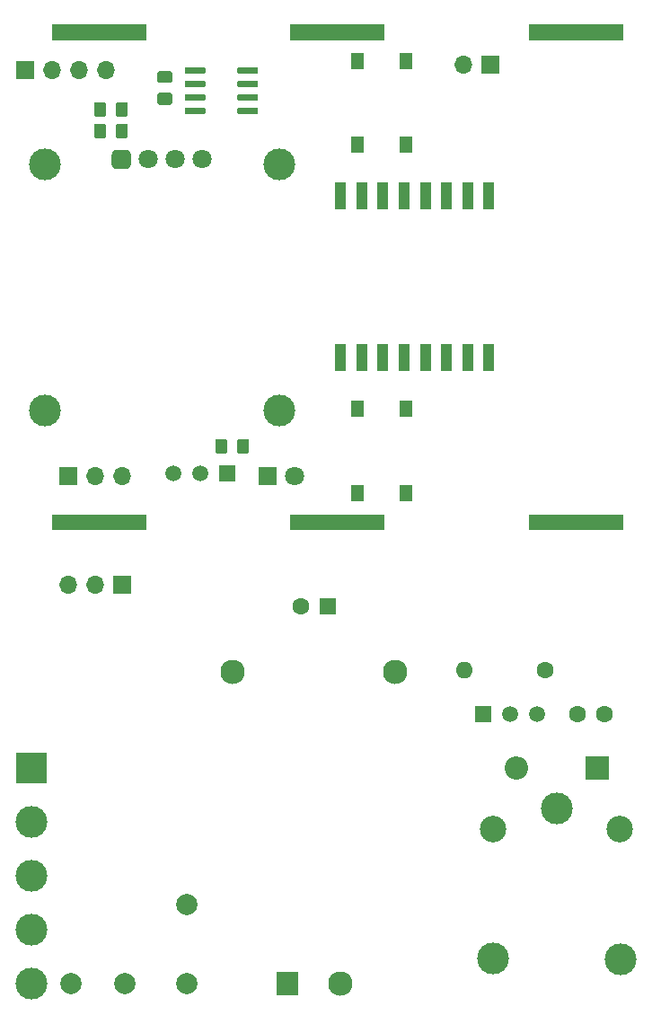
<source format=gbr>
%TF.GenerationSoftware,KiCad,Pcbnew,(5.1.5)-3*%
%TF.CreationDate,2021-07-21T11:08:43+02:00*%
%TF.ProjectId,cece-pcb,63656365-2d70-4636-922e-6b696361645f,rev?*%
%TF.SameCoordinates,Original*%
%TF.FileFunction,Soldermask,Top*%
%TF.FilePolarity,Negative*%
%FSLAX46Y46*%
G04 Gerber Fmt 4.6, Leading zero omitted, Abs format (unit mm)*
G04 Created by KiCad (PCBNEW (5.1.5)-3) date 2021-07-21 11:08:43*
%MOMM*%
%LPD*%
G04 APERTURE LIST*
%ADD10C,0.100000*%
%ADD11R,1.500000X1.500000*%
%ADD12C,1.500000*%
%ADD13C,1.800000*%
%ADD14R,1.800000X1.800000*%
%ADD15C,3.000000*%
%ADD16R,1.300000X1.550000*%
%ADD17O,1.700000X1.700000*%
%ADD18R,1.700000X1.700000*%
%ADD19R,1.000000X2.500000*%
%ADD20C,2.000000*%
%ADD21O,1.600000X1.600000*%
%ADD22C,1.600000*%
%ADD23C,2.300000*%
%ADD24R,2.000000X2.300000*%
%ADD25C,2.500000*%
%ADD26R,3.000000X3.000000*%
%ADD27O,2.200000X2.200000*%
%ADD28R,2.200000X2.200000*%
%ADD29R,1.600000X1.600000*%
G04 APERTURE END LIST*
D10*
%TO.C,VP101*%
G36*
X115500000Y-23100000D02*
G01*
X106700000Y-23100000D01*
X106700000Y-21700000D01*
X115500000Y-21700000D01*
X115500000Y-23100000D01*
G37*
X115500000Y-23100000D02*
X106700000Y-23100000D01*
X106700000Y-21700000D01*
X115500000Y-21700000D01*
X115500000Y-23100000D01*
G36*
X138000000Y-23100000D02*
G01*
X129200000Y-23100000D01*
X129200000Y-21700000D01*
X138000000Y-21700000D01*
X138000000Y-23100000D01*
G37*
X138000000Y-23100000D02*
X129200000Y-23100000D01*
X129200000Y-21700000D01*
X138000000Y-21700000D01*
X138000000Y-23100000D01*
G36*
X160500000Y-23100000D02*
G01*
X151700000Y-23100000D01*
X151700000Y-21700000D01*
X160500000Y-21700000D01*
X160500000Y-23100000D01*
G37*
X160500000Y-23100000D02*
X151700000Y-23100000D01*
X151700000Y-21700000D01*
X160500000Y-21700000D01*
X160500000Y-23100000D01*
G36*
X160500000Y-69300000D02*
G01*
X151700000Y-69300000D01*
X151700000Y-67900000D01*
X160500000Y-67900000D01*
X160500000Y-69300000D01*
G37*
X160500000Y-69300000D02*
X151700000Y-69300000D01*
X151700000Y-67900000D01*
X160500000Y-67900000D01*
X160500000Y-69300000D01*
G36*
X138000000Y-69300000D02*
G01*
X129200000Y-69300000D01*
X129200000Y-67900000D01*
X138000000Y-67900000D01*
X138000000Y-69300000D01*
G37*
X138000000Y-69300000D02*
X129200000Y-69300000D01*
X129200000Y-67900000D01*
X138000000Y-67900000D01*
X138000000Y-69300000D01*
G36*
X115500000Y-69300000D02*
G01*
X106700000Y-69300000D01*
X106700000Y-67900000D01*
X115500000Y-67900000D01*
X115500000Y-69300000D01*
G37*
X115500000Y-69300000D02*
X106700000Y-69300000D01*
X106700000Y-67900000D01*
X115500000Y-67900000D01*
X115500000Y-69300000D01*
%TD*%
%TO.C,R108*%
G36*
X123022505Y-60769204D02*
G01*
X123046773Y-60772804D01*
X123070572Y-60778765D01*
X123093671Y-60787030D01*
X123115850Y-60797520D01*
X123136893Y-60810132D01*
X123156599Y-60824747D01*
X123174777Y-60841223D01*
X123191253Y-60859401D01*
X123205868Y-60879107D01*
X123218480Y-60900150D01*
X123228970Y-60922329D01*
X123237235Y-60945428D01*
X123243196Y-60969227D01*
X123246796Y-60993495D01*
X123248000Y-61017999D01*
X123248000Y-61918001D01*
X123246796Y-61942505D01*
X123243196Y-61966773D01*
X123237235Y-61990572D01*
X123228970Y-62013671D01*
X123218480Y-62035850D01*
X123205868Y-62056893D01*
X123191253Y-62076599D01*
X123174777Y-62094777D01*
X123156599Y-62111253D01*
X123136893Y-62125868D01*
X123115850Y-62138480D01*
X123093671Y-62148970D01*
X123070572Y-62157235D01*
X123046773Y-62163196D01*
X123022505Y-62166796D01*
X122998001Y-62168000D01*
X122347999Y-62168000D01*
X122323495Y-62166796D01*
X122299227Y-62163196D01*
X122275428Y-62157235D01*
X122252329Y-62148970D01*
X122230150Y-62138480D01*
X122209107Y-62125868D01*
X122189401Y-62111253D01*
X122171223Y-62094777D01*
X122154747Y-62076599D01*
X122140132Y-62056893D01*
X122127520Y-62035850D01*
X122117030Y-62013671D01*
X122108765Y-61990572D01*
X122102804Y-61966773D01*
X122099204Y-61942505D01*
X122098000Y-61918001D01*
X122098000Y-61017999D01*
X122099204Y-60993495D01*
X122102804Y-60969227D01*
X122108765Y-60945428D01*
X122117030Y-60922329D01*
X122127520Y-60900150D01*
X122140132Y-60879107D01*
X122154747Y-60859401D01*
X122171223Y-60841223D01*
X122189401Y-60824747D01*
X122209107Y-60810132D01*
X122230150Y-60797520D01*
X122252329Y-60787030D01*
X122275428Y-60778765D01*
X122299227Y-60772804D01*
X122323495Y-60769204D01*
X122347999Y-60768000D01*
X122998001Y-60768000D01*
X123022505Y-60769204D01*
G37*
G36*
X125072505Y-60769204D02*
G01*
X125096773Y-60772804D01*
X125120572Y-60778765D01*
X125143671Y-60787030D01*
X125165850Y-60797520D01*
X125186893Y-60810132D01*
X125206599Y-60824747D01*
X125224777Y-60841223D01*
X125241253Y-60859401D01*
X125255868Y-60879107D01*
X125268480Y-60900150D01*
X125278970Y-60922329D01*
X125287235Y-60945428D01*
X125293196Y-60969227D01*
X125296796Y-60993495D01*
X125298000Y-61017999D01*
X125298000Y-61918001D01*
X125296796Y-61942505D01*
X125293196Y-61966773D01*
X125287235Y-61990572D01*
X125278970Y-62013671D01*
X125268480Y-62035850D01*
X125255868Y-62056893D01*
X125241253Y-62076599D01*
X125224777Y-62094777D01*
X125206599Y-62111253D01*
X125186893Y-62125868D01*
X125165850Y-62138480D01*
X125143671Y-62148970D01*
X125120572Y-62157235D01*
X125096773Y-62163196D01*
X125072505Y-62166796D01*
X125048001Y-62168000D01*
X124397999Y-62168000D01*
X124373495Y-62166796D01*
X124349227Y-62163196D01*
X124325428Y-62157235D01*
X124302329Y-62148970D01*
X124280150Y-62138480D01*
X124259107Y-62125868D01*
X124239401Y-62111253D01*
X124221223Y-62094777D01*
X124204747Y-62076599D01*
X124190132Y-62056893D01*
X124177520Y-62035850D01*
X124167030Y-62013671D01*
X124158765Y-61990572D01*
X124152804Y-61966773D01*
X124149204Y-61942505D01*
X124148000Y-61918001D01*
X124148000Y-61017999D01*
X124149204Y-60993495D01*
X124152804Y-60969227D01*
X124158765Y-60945428D01*
X124167030Y-60922329D01*
X124177520Y-60900150D01*
X124190132Y-60879107D01*
X124204747Y-60859401D01*
X124221223Y-60841223D01*
X124239401Y-60824747D01*
X124259107Y-60810132D01*
X124280150Y-60797520D01*
X124302329Y-60787030D01*
X124325428Y-60778765D01*
X124349227Y-60772804D01*
X124373495Y-60769204D01*
X124397999Y-60768000D01*
X125048001Y-60768000D01*
X125072505Y-60769204D01*
G37*
%TD*%
D11*
%TO.C,Q101*%
X123190000Y-64008000D03*
D12*
X118110000Y-64008000D03*
X120650000Y-64008000D03*
%TD*%
D13*
%TO.C,D103*%
X129540000Y-64262000D03*
D14*
X127000000Y-64262000D03*
%TD*%
D10*
%TO.C,C109*%
G36*
X111592505Y-31051204D02*
G01*
X111616773Y-31054804D01*
X111640572Y-31060765D01*
X111663671Y-31069030D01*
X111685850Y-31079520D01*
X111706893Y-31092132D01*
X111726599Y-31106747D01*
X111744777Y-31123223D01*
X111761253Y-31141401D01*
X111775868Y-31161107D01*
X111788480Y-31182150D01*
X111798970Y-31204329D01*
X111807235Y-31227428D01*
X111813196Y-31251227D01*
X111816796Y-31275495D01*
X111818000Y-31299999D01*
X111818000Y-32200001D01*
X111816796Y-32224505D01*
X111813196Y-32248773D01*
X111807235Y-32272572D01*
X111798970Y-32295671D01*
X111788480Y-32317850D01*
X111775868Y-32338893D01*
X111761253Y-32358599D01*
X111744777Y-32376777D01*
X111726599Y-32393253D01*
X111706893Y-32407868D01*
X111685850Y-32420480D01*
X111663671Y-32430970D01*
X111640572Y-32439235D01*
X111616773Y-32445196D01*
X111592505Y-32448796D01*
X111568001Y-32450000D01*
X110917999Y-32450000D01*
X110893495Y-32448796D01*
X110869227Y-32445196D01*
X110845428Y-32439235D01*
X110822329Y-32430970D01*
X110800150Y-32420480D01*
X110779107Y-32407868D01*
X110759401Y-32393253D01*
X110741223Y-32376777D01*
X110724747Y-32358599D01*
X110710132Y-32338893D01*
X110697520Y-32317850D01*
X110687030Y-32295671D01*
X110678765Y-32272572D01*
X110672804Y-32248773D01*
X110669204Y-32224505D01*
X110668000Y-32200001D01*
X110668000Y-31299999D01*
X110669204Y-31275495D01*
X110672804Y-31251227D01*
X110678765Y-31227428D01*
X110687030Y-31204329D01*
X110697520Y-31182150D01*
X110710132Y-31161107D01*
X110724747Y-31141401D01*
X110741223Y-31123223D01*
X110759401Y-31106747D01*
X110779107Y-31092132D01*
X110800150Y-31079520D01*
X110822329Y-31069030D01*
X110845428Y-31060765D01*
X110869227Y-31054804D01*
X110893495Y-31051204D01*
X110917999Y-31050000D01*
X111568001Y-31050000D01*
X111592505Y-31051204D01*
G37*
G36*
X113642505Y-31051204D02*
G01*
X113666773Y-31054804D01*
X113690572Y-31060765D01*
X113713671Y-31069030D01*
X113735850Y-31079520D01*
X113756893Y-31092132D01*
X113776599Y-31106747D01*
X113794777Y-31123223D01*
X113811253Y-31141401D01*
X113825868Y-31161107D01*
X113838480Y-31182150D01*
X113848970Y-31204329D01*
X113857235Y-31227428D01*
X113863196Y-31251227D01*
X113866796Y-31275495D01*
X113868000Y-31299999D01*
X113868000Y-32200001D01*
X113866796Y-32224505D01*
X113863196Y-32248773D01*
X113857235Y-32272572D01*
X113848970Y-32295671D01*
X113838480Y-32317850D01*
X113825868Y-32338893D01*
X113811253Y-32358599D01*
X113794777Y-32376777D01*
X113776599Y-32393253D01*
X113756893Y-32407868D01*
X113735850Y-32420480D01*
X113713671Y-32430970D01*
X113690572Y-32439235D01*
X113666773Y-32445196D01*
X113642505Y-32448796D01*
X113618001Y-32450000D01*
X112967999Y-32450000D01*
X112943495Y-32448796D01*
X112919227Y-32445196D01*
X112895428Y-32439235D01*
X112872329Y-32430970D01*
X112850150Y-32420480D01*
X112829107Y-32407868D01*
X112809401Y-32393253D01*
X112791223Y-32376777D01*
X112774747Y-32358599D01*
X112760132Y-32338893D01*
X112747520Y-32317850D01*
X112737030Y-32295671D01*
X112728765Y-32272572D01*
X112722804Y-32248773D01*
X112719204Y-32224505D01*
X112718000Y-32200001D01*
X112718000Y-31299999D01*
X112719204Y-31275495D01*
X112722804Y-31251227D01*
X112728765Y-31227428D01*
X112737030Y-31204329D01*
X112747520Y-31182150D01*
X112760132Y-31161107D01*
X112774747Y-31141401D01*
X112791223Y-31123223D01*
X112809401Y-31106747D01*
X112829107Y-31092132D01*
X112850150Y-31079520D01*
X112872329Y-31069030D01*
X112895428Y-31060765D01*
X112919227Y-31054804D01*
X112943495Y-31051204D01*
X112967999Y-31050000D01*
X113618001Y-31050000D01*
X113642505Y-31051204D01*
G37*
%TD*%
%TO.C,C108*%
G36*
X111592505Y-29019204D02*
G01*
X111616773Y-29022804D01*
X111640572Y-29028765D01*
X111663671Y-29037030D01*
X111685850Y-29047520D01*
X111706893Y-29060132D01*
X111726599Y-29074747D01*
X111744777Y-29091223D01*
X111761253Y-29109401D01*
X111775868Y-29129107D01*
X111788480Y-29150150D01*
X111798970Y-29172329D01*
X111807235Y-29195428D01*
X111813196Y-29219227D01*
X111816796Y-29243495D01*
X111818000Y-29267999D01*
X111818000Y-30168001D01*
X111816796Y-30192505D01*
X111813196Y-30216773D01*
X111807235Y-30240572D01*
X111798970Y-30263671D01*
X111788480Y-30285850D01*
X111775868Y-30306893D01*
X111761253Y-30326599D01*
X111744777Y-30344777D01*
X111726599Y-30361253D01*
X111706893Y-30375868D01*
X111685850Y-30388480D01*
X111663671Y-30398970D01*
X111640572Y-30407235D01*
X111616773Y-30413196D01*
X111592505Y-30416796D01*
X111568001Y-30418000D01*
X110917999Y-30418000D01*
X110893495Y-30416796D01*
X110869227Y-30413196D01*
X110845428Y-30407235D01*
X110822329Y-30398970D01*
X110800150Y-30388480D01*
X110779107Y-30375868D01*
X110759401Y-30361253D01*
X110741223Y-30344777D01*
X110724747Y-30326599D01*
X110710132Y-30306893D01*
X110697520Y-30285850D01*
X110687030Y-30263671D01*
X110678765Y-30240572D01*
X110672804Y-30216773D01*
X110669204Y-30192505D01*
X110668000Y-30168001D01*
X110668000Y-29267999D01*
X110669204Y-29243495D01*
X110672804Y-29219227D01*
X110678765Y-29195428D01*
X110687030Y-29172329D01*
X110697520Y-29150150D01*
X110710132Y-29129107D01*
X110724747Y-29109401D01*
X110741223Y-29091223D01*
X110759401Y-29074747D01*
X110779107Y-29060132D01*
X110800150Y-29047520D01*
X110822329Y-29037030D01*
X110845428Y-29028765D01*
X110869227Y-29022804D01*
X110893495Y-29019204D01*
X110917999Y-29018000D01*
X111568001Y-29018000D01*
X111592505Y-29019204D01*
G37*
G36*
X113642505Y-29019204D02*
G01*
X113666773Y-29022804D01*
X113690572Y-29028765D01*
X113713671Y-29037030D01*
X113735850Y-29047520D01*
X113756893Y-29060132D01*
X113776599Y-29074747D01*
X113794777Y-29091223D01*
X113811253Y-29109401D01*
X113825868Y-29129107D01*
X113838480Y-29150150D01*
X113848970Y-29172329D01*
X113857235Y-29195428D01*
X113863196Y-29219227D01*
X113866796Y-29243495D01*
X113868000Y-29267999D01*
X113868000Y-30168001D01*
X113866796Y-30192505D01*
X113863196Y-30216773D01*
X113857235Y-30240572D01*
X113848970Y-30263671D01*
X113838480Y-30285850D01*
X113825868Y-30306893D01*
X113811253Y-30326599D01*
X113794777Y-30344777D01*
X113776599Y-30361253D01*
X113756893Y-30375868D01*
X113735850Y-30388480D01*
X113713671Y-30398970D01*
X113690572Y-30407235D01*
X113666773Y-30413196D01*
X113642505Y-30416796D01*
X113618001Y-30418000D01*
X112967999Y-30418000D01*
X112943495Y-30416796D01*
X112919227Y-30413196D01*
X112895428Y-30407235D01*
X112872329Y-30398970D01*
X112850150Y-30388480D01*
X112829107Y-30375868D01*
X112809401Y-30361253D01*
X112791223Y-30344777D01*
X112774747Y-30326599D01*
X112760132Y-30306893D01*
X112747520Y-30285850D01*
X112737030Y-30263671D01*
X112728765Y-30240572D01*
X112722804Y-30216773D01*
X112719204Y-30192505D01*
X112718000Y-30168001D01*
X112718000Y-29267999D01*
X112719204Y-29243495D01*
X112722804Y-29219227D01*
X112728765Y-29195428D01*
X112737030Y-29172329D01*
X112747520Y-29150150D01*
X112760132Y-29129107D01*
X112774747Y-29109401D01*
X112791223Y-29091223D01*
X112809401Y-29074747D01*
X112829107Y-29060132D01*
X112850150Y-29047520D01*
X112872329Y-29037030D01*
X112895428Y-29028765D01*
X112919227Y-29022804D01*
X112943495Y-29019204D01*
X112967999Y-29018000D01*
X113618001Y-29018000D01*
X113642505Y-29019204D01*
G37*
%TD*%
D15*
%TO.C,LCD101*%
X106045000Y-34925000D03*
X128155000Y-58125000D03*
X128155000Y-34925000D03*
X106045000Y-58125000D03*
D13*
X115785000Y-34425000D03*
D10*
G36*
X113739108Y-33527167D02*
G01*
X113782791Y-33533647D01*
X113825628Y-33544377D01*
X113867208Y-33559254D01*
X113907129Y-33578135D01*
X113945007Y-33600839D01*
X113980477Y-33627145D01*
X114013198Y-33656802D01*
X114042855Y-33689523D01*
X114069161Y-33724993D01*
X114091865Y-33762871D01*
X114110746Y-33802792D01*
X114125623Y-33844372D01*
X114136353Y-33887209D01*
X114142833Y-33930892D01*
X114145000Y-33975000D01*
X114145000Y-34875000D01*
X114142833Y-34919108D01*
X114136353Y-34962791D01*
X114125623Y-35005628D01*
X114110746Y-35047208D01*
X114091865Y-35087129D01*
X114069161Y-35125007D01*
X114042855Y-35160477D01*
X114013198Y-35193198D01*
X113980477Y-35222855D01*
X113945007Y-35249161D01*
X113907129Y-35271865D01*
X113867208Y-35290746D01*
X113825628Y-35305623D01*
X113782791Y-35316353D01*
X113739108Y-35322833D01*
X113695000Y-35325000D01*
X112795000Y-35325000D01*
X112750892Y-35322833D01*
X112707209Y-35316353D01*
X112664372Y-35305623D01*
X112622792Y-35290746D01*
X112582871Y-35271865D01*
X112544993Y-35249161D01*
X112509523Y-35222855D01*
X112476802Y-35193198D01*
X112447145Y-35160477D01*
X112420839Y-35125007D01*
X112398135Y-35087129D01*
X112379254Y-35047208D01*
X112364377Y-35005628D01*
X112353647Y-34962791D01*
X112347167Y-34919108D01*
X112345000Y-34875000D01*
X112345000Y-33975000D01*
X112347167Y-33930892D01*
X112353647Y-33887209D01*
X112364377Y-33844372D01*
X112379254Y-33802792D01*
X112398135Y-33762871D01*
X112420839Y-33724993D01*
X112447145Y-33689523D01*
X112476802Y-33656802D01*
X112509523Y-33627145D01*
X112544993Y-33600839D01*
X112582871Y-33578135D01*
X112622792Y-33559254D01*
X112664372Y-33544377D01*
X112707209Y-33533647D01*
X112750892Y-33527167D01*
X112795000Y-33525000D01*
X113695000Y-33525000D01*
X113739108Y-33527167D01*
G37*
D13*
X118325000Y-34425000D03*
X120865000Y-34425000D03*
%TD*%
D16*
%TO.C,SW102*%
X135545000Y-65875000D03*
X140045000Y-65875000D03*
X140045000Y-57925000D03*
X135545000Y-57925000D03*
%TD*%
%TO.C,SW101*%
X135545000Y-33075000D03*
X140045000Y-33075000D03*
X140045000Y-25125000D03*
X135545000Y-25125000D03*
%TD*%
D10*
%TO.C,C107*%
G36*
X117822505Y-28137204D02*
G01*
X117846773Y-28140804D01*
X117870572Y-28146765D01*
X117893671Y-28155030D01*
X117915850Y-28165520D01*
X117936893Y-28178132D01*
X117956599Y-28192747D01*
X117974777Y-28209223D01*
X117991253Y-28227401D01*
X118005868Y-28247107D01*
X118018480Y-28268150D01*
X118028970Y-28290329D01*
X118037235Y-28313428D01*
X118043196Y-28337227D01*
X118046796Y-28361495D01*
X118048000Y-28385999D01*
X118048000Y-29036001D01*
X118046796Y-29060505D01*
X118043196Y-29084773D01*
X118037235Y-29108572D01*
X118028970Y-29131671D01*
X118018480Y-29153850D01*
X118005868Y-29174893D01*
X117991253Y-29194599D01*
X117974777Y-29212777D01*
X117956599Y-29229253D01*
X117936893Y-29243868D01*
X117915850Y-29256480D01*
X117893671Y-29266970D01*
X117870572Y-29275235D01*
X117846773Y-29281196D01*
X117822505Y-29284796D01*
X117798001Y-29286000D01*
X116897999Y-29286000D01*
X116873495Y-29284796D01*
X116849227Y-29281196D01*
X116825428Y-29275235D01*
X116802329Y-29266970D01*
X116780150Y-29256480D01*
X116759107Y-29243868D01*
X116739401Y-29229253D01*
X116721223Y-29212777D01*
X116704747Y-29194599D01*
X116690132Y-29174893D01*
X116677520Y-29153850D01*
X116667030Y-29131671D01*
X116658765Y-29108572D01*
X116652804Y-29084773D01*
X116649204Y-29060505D01*
X116648000Y-29036001D01*
X116648000Y-28385999D01*
X116649204Y-28361495D01*
X116652804Y-28337227D01*
X116658765Y-28313428D01*
X116667030Y-28290329D01*
X116677520Y-28268150D01*
X116690132Y-28247107D01*
X116704747Y-28227401D01*
X116721223Y-28209223D01*
X116739401Y-28192747D01*
X116759107Y-28178132D01*
X116780150Y-28165520D01*
X116802329Y-28155030D01*
X116825428Y-28146765D01*
X116849227Y-28140804D01*
X116873495Y-28137204D01*
X116897999Y-28136000D01*
X117798001Y-28136000D01*
X117822505Y-28137204D01*
G37*
G36*
X117822505Y-26087204D02*
G01*
X117846773Y-26090804D01*
X117870572Y-26096765D01*
X117893671Y-26105030D01*
X117915850Y-26115520D01*
X117936893Y-26128132D01*
X117956599Y-26142747D01*
X117974777Y-26159223D01*
X117991253Y-26177401D01*
X118005868Y-26197107D01*
X118018480Y-26218150D01*
X118028970Y-26240329D01*
X118037235Y-26263428D01*
X118043196Y-26287227D01*
X118046796Y-26311495D01*
X118048000Y-26335999D01*
X118048000Y-26986001D01*
X118046796Y-27010505D01*
X118043196Y-27034773D01*
X118037235Y-27058572D01*
X118028970Y-27081671D01*
X118018480Y-27103850D01*
X118005868Y-27124893D01*
X117991253Y-27144599D01*
X117974777Y-27162777D01*
X117956599Y-27179253D01*
X117936893Y-27193868D01*
X117915850Y-27206480D01*
X117893671Y-27216970D01*
X117870572Y-27225235D01*
X117846773Y-27231196D01*
X117822505Y-27234796D01*
X117798001Y-27236000D01*
X116897999Y-27236000D01*
X116873495Y-27234796D01*
X116849227Y-27231196D01*
X116825428Y-27225235D01*
X116802329Y-27216970D01*
X116780150Y-27206480D01*
X116759107Y-27193868D01*
X116739401Y-27179253D01*
X116721223Y-27162777D01*
X116704747Y-27144599D01*
X116690132Y-27124893D01*
X116677520Y-27103850D01*
X116667030Y-27081671D01*
X116658765Y-27058572D01*
X116652804Y-27034773D01*
X116649204Y-27010505D01*
X116648000Y-26986001D01*
X116648000Y-26335999D01*
X116649204Y-26311495D01*
X116652804Y-26287227D01*
X116658765Y-26263428D01*
X116667030Y-26240329D01*
X116677520Y-26218150D01*
X116690132Y-26197107D01*
X116704747Y-26177401D01*
X116721223Y-26159223D01*
X116739401Y-26142747D01*
X116759107Y-26128132D01*
X116780150Y-26115520D01*
X116802329Y-26105030D01*
X116825428Y-26096765D01*
X116849227Y-26090804D01*
X116873495Y-26087204D01*
X116897999Y-26086000D01*
X117798001Y-26086000D01*
X117822505Y-26087204D01*
G37*
%TD*%
D17*
%TO.C,J101*%
X111760000Y-26035000D03*
X109220000Y-26035000D03*
X106680000Y-26035000D03*
D18*
X104140000Y-26035000D03*
%TD*%
D10*
%TO.C,U103*%
G36*
X121046703Y-29545722D02*
G01*
X121061264Y-29547882D01*
X121075543Y-29551459D01*
X121089403Y-29556418D01*
X121102710Y-29562712D01*
X121115336Y-29570280D01*
X121127159Y-29579048D01*
X121138066Y-29588934D01*
X121147952Y-29599841D01*
X121156720Y-29611664D01*
X121164288Y-29624290D01*
X121170582Y-29637597D01*
X121175541Y-29651457D01*
X121179118Y-29665736D01*
X121181278Y-29680297D01*
X121182000Y-29695000D01*
X121182000Y-29995000D01*
X121181278Y-30009703D01*
X121179118Y-30024264D01*
X121175541Y-30038543D01*
X121170582Y-30052403D01*
X121164288Y-30065710D01*
X121156720Y-30078336D01*
X121147952Y-30090159D01*
X121138066Y-30101066D01*
X121127159Y-30110952D01*
X121115336Y-30119720D01*
X121102710Y-30127288D01*
X121089403Y-30133582D01*
X121075543Y-30138541D01*
X121061264Y-30142118D01*
X121046703Y-30144278D01*
X121032000Y-30145000D01*
X119382000Y-30145000D01*
X119367297Y-30144278D01*
X119352736Y-30142118D01*
X119338457Y-30138541D01*
X119324597Y-30133582D01*
X119311290Y-30127288D01*
X119298664Y-30119720D01*
X119286841Y-30110952D01*
X119275934Y-30101066D01*
X119266048Y-30090159D01*
X119257280Y-30078336D01*
X119249712Y-30065710D01*
X119243418Y-30052403D01*
X119238459Y-30038543D01*
X119234882Y-30024264D01*
X119232722Y-30009703D01*
X119232000Y-29995000D01*
X119232000Y-29695000D01*
X119232722Y-29680297D01*
X119234882Y-29665736D01*
X119238459Y-29651457D01*
X119243418Y-29637597D01*
X119249712Y-29624290D01*
X119257280Y-29611664D01*
X119266048Y-29599841D01*
X119275934Y-29588934D01*
X119286841Y-29579048D01*
X119298664Y-29570280D01*
X119311290Y-29562712D01*
X119324597Y-29556418D01*
X119338457Y-29551459D01*
X119352736Y-29547882D01*
X119367297Y-29545722D01*
X119382000Y-29545000D01*
X121032000Y-29545000D01*
X121046703Y-29545722D01*
G37*
G36*
X121046703Y-28275722D02*
G01*
X121061264Y-28277882D01*
X121075543Y-28281459D01*
X121089403Y-28286418D01*
X121102710Y-28292712D01*
X121115336Y-28300280D01*
X121127159Y-28309048D01*
X121138066Y-28318934D01*
X121147952Y-28329841D01*
X121156720Y-28341664D01*
X121164288Y-28354290D01*
X121170582Y-28367597D01*
X121175541Y-28381457D01*
X121179118Y-28395736D01*
X121181278Y-28410297D01*
X121182000Y-28425000D01*
X121182000Y-28725000D01*
X121181278Y-28739703D01*
X121179118Y-28754264D01*
X121175541Y-28768543D01*
X121170582Y-28782403D01*
X121164288Y-28795710D01*
X121156720Y-28808336D01*
X121147952Y-28820159D01*
X121138066Y-28831066D01*
X121127159Y-28840952D01*
X121115336Y-28849720D01*
X121102710Y-28857288D01*
X121089403Y-28863582D01*
X121075543Y-28868541D01*
X121061264Y-28872118D01*
X121046703Y-28874278D01*
X121032000Y-28875000D01*
X119382000Y-28875000D01*
X119367297Y-28874278D01*
X119352736Y-28872118D01*
X119338457Y-28868541D01*
X119324597Y-28863582D01*
X119311290Y-28857288D01*
X119298664Y-28849720D01*
X119286841Y-28840952D01*
X119275934Y-28831066D01*
X119266048Y-28820159D01*
X119257280Y-28808336D01*
X119249712Y-28795710D01*
X119243418Y-28782403D01*
X119238459Y-28768543D01*
X119234882Y-28754264D01*
X119232722Y-28739703D01*
X119232000Y-28725000D01*
X119232000Y-28425000D01*
X119232722Y-28410297D01*
X119234882Y-28395736D01*
X119238459Y-28381457D01*
X119243418Y-28367597D01*
X119249712Y-28354290D01*
X119257280Y-28341664D01*
X119266048Y-28329841D01*
X119275934Y-28318934D01*
X119286841Y-28309048D01*
X119298664Y-28300280D01*
X119311290Y-28292712D01*
X119324597Y-28286418D01*
X119338457Y-28281459D01*
X119352736Y-28277882D01*
X119367297Y-28275722D01*
X119382000Y-28275000D01*
X121032000Y-28275000D01*
X121046703Y-28275722D01*
G37*
G36*
X121046703Y-27005722D02*
G01*
X121061264Y-27007882D01*
X121075543Y-27011459D01*
X121089403Y-27016418D01*
X121102710Y-27022712D01*
X121115336Y-27030280D01*
X121127159Y-27039048D01*
X121138066Y-27048934D01*
X121147952Y-27059841D01*
X121156720Y-27071664D01*
X121164288Y-27084290D01*
X121170582Y-27097597D01*
X121175541Y-27111457D01*
X121179118Y-27125736D01*
X121181278Y-27140297D01*
X121182000Y-27155000D01*
X121182000Y-27455000D01*
X121181278Y-27469703D01*
X121179118Y-27484264D01*
X121175541Y-27498543D01*
X121170582Y-27512403D01*
X121164288Y-27525710D01*
X121156720Y-27538336D01*
X121147952Y-27550159D01*
X121138066Y-27561066D01*
X121127159Y-27570952D01*
X121115336Y-27579720D01*
X121102710Y-27587288D01*
X121089403Y-27593582D01*
X121075543Y-27598541D01*
X121061264Y-27602118D01*
X121046703Y-27604278D01*
X121032000Y-27605000D01*
X119382000Y-27605000D01*
X119367297Y-27604278D01*
X119352736Y-27602118D01*
X119338457Y-27598541D01*
X119324597Y-27593582D01*
X119311290Y-27587288D01*
X119298664Y-27579720D01*
X119286841Y-27570952D01*
X119275934Y-27561066D01*
X119266048Y-27550159D01*
X119257280Y-27538336D01*
X119249712Y-27525710D01*
X119243418Y-27512403D01*
X119238459Y-27498543D01*
X119234882Y-27484264D01*
X119232722Y-27469703D01*
X119232000Y-27455000D01*
X119232000Y-27155000D01*
X119232722Y-27140297D01*
X119234882Y-27125736D01*
X119238459Y-27111457D01*
X119243418Y-27097597D01*
X119249712Y-27084290D01*
X119257280Y-27071664D01*
X119266048Y-27059841D01*
X119275934Y-27048934D01*
X119286841Y-27039048D01*
X119298664Y-27030280D01*
X119311290Y-27022712D01*
X119324597Y-27016418D01*
X119338457Y-27011459D01*
X119352736Y-27007882D01*
X119367297Y-27005722D01*
X119382000Y-27005000D01*
X121032000Y-27005000D01*
X121046703Y-27005722D01*
G37*
G36*
X121046703Y-25735722D02*
G01*
X121061264Y-25737882D01*
X121075543Y-25741459D01*
X121089403Y-25746418D01*
X121102710Y-25752712D01*
X121115336Y-25760280D01*
X121127159Y-25769048D01*
X121138066Y-25778934D01*
X121147952Y-25789841D01*
X121156720Y-25801664D01*
X121164288Y-25814290D01*
X121170582Y-25827597D01*
X121175541Y-25841457D01*
X121179118Y-25855736D01*
X121181278Y-25870297D01*
X121182000Y-25885000D01*
X121182000Y-26185000D01*
X121181278Y-26199703D01*
X121179118Y-26214264D01*
X121175541Y-26228543D01*
X121170582Y-26242403D01*
X121164288Y-26255710D01*
X121156720Y-26268336D01*
X121147952Y-26280159D01*
X121138066Y-26291066D01*
X121127159Y-26300952D01*
X121115336Y-26309720D01*
X121102710Y-26317288D01*
X121089403Y-26323582D01*
X121075543Y-26328541D01*
X121061264Y-26332118D01*
X121046703Y-26334278D01*
X121032000Y-26335000D01*
X119382000Y-26335000D01*
X119367297Y-26334278D01*
X119352736Y-26332118D01*
X119338457Y-26328541D01*
X119324597Y-26323582D01*
X119311290Y-26317288D01*
X119298664Y-26309720D01*
X119286841Y-26300952D01*
X119275934Y-26291066D01*
X119266048Y-26280159D01*
X119257280Y-26268336D01*
X119249712Y-26255710D01*
X119243418Y-26242403D01*
X119238459Y-26228543D01*
X119234882Y-26214264D01*
X119232722Y-26199703D01*
X119232000Y-26185000D01*
X119232000Y-25885000D01*
X119232722Y-25870297D01*
X119234882Y-25855736D01*
X119238459Y-25841457D01*
X119243418Y-25827597D01*
X119249712Y-25814290D01*
X119257280Y-25801664D01*
X119266048Y-25789841D01*
X119275934Y-25778934D01*
X119286841Y-25769048D01*
X119298664Y-25760280D01*
X119311290Y-25752712D01*
X119324597Y-25746418D01*
X119338457Y-25741459D01*
X119352736Y-25737882D01*
X119367297Y-25735722D01*
X119382000Y-25735000D01*
X121032000Y-25735000D01*
X121046703Y-25735722D01*
G37*
G36*
X125996703Y-25735722D02*
G01*
X126011264Y-25737882D01*
X126025543Y-25741459D01*
X126039403Y-25746418D01*
X126052710Y-25752712D01*
X126065336Y-25760280D01*
X126077159Y-25769048D01*
X126088066Y-25778934D01*
X126097952Y-25789841D01*
X126106720Y-25801664D01*
X126114288Y-25814290D01*
X126120582Y-25827597D01*
X126125541Y-25841457D01*
X126129118Y-25855736D01*
X126131278Y-25870297D01*
X126132000Y-25885000D01*
X126132000Y-26185000D01*
X126131278Y-26199703D01*
X126129118Y-26214264D01*
X126125541Y-26228543D01*
X126120582Y-26242403D01*
X126114288Y-26255710D01*
X126106720Y-26268336D01*
X126097952Y-26280159D01*
X126088066Y-26291066D01*
X126077159Y-26300952D01*
X126065336Y-26309720D01*
X126052710Y-26317288D01*
X126039403Y-26323582D01*
X126025543Y-26328541D01*
X126011264Y-26332118D01*
X125996703Y-26334278D01*
X125982000Y-26335000D01*
X124332000Y-26335000D01*
X124317297Y-26334278D01*
X124302736Y-26332118D01*
X124288457Y-26328541D01*
X124274597Y-26323582D01*
X124261290Y-26317288D01*
X124248664Y-26309720D01*
X124236841Y-26300952D01*
X124225934Y-26291066D01*
X124216048Y-26280159D01*
X124207280Y-26268336D01*
X124199712Y-26255710D01*
X124193418Y-26242403D01*
X124188459Y-26228543D01*
X124184882Y-26214264D01*
X124182722Y-26199703D01*
X124182000Y-26185000D01*
X124182000Y-25885000D01*
X124182722Y-25870297D01*
X124184882Y-25855736D01*
X124188459Y-25841457D01*
X124193418Y-25827597D01*
X124199712Y-25814290D01*
X124207280Y-25801664D01*
X124216048Y-25789841D01*
X124225934Y-25778934D01*
X124236841Y-25769048D01*
X124248664Y-25760280D01*
X124261290Y-25752712D01*
X124274597Y-25746418D01*
X124288457Y-25741459D01*
X124302736Y-25737882D01*
X124317297Y-25735722D01*
X124332000Y-25735000D01*
X125982000Y-25735000D01*
X125996703Y-25735722D01*
G37*
G36*
X125996703Y-27005722D02*
G01*
X126011264Y-27007882D01*
X126025543Y-27011459D01*
X126039403Y-27016418D01*
X126052710Y-27022712D01*
X126065336Y-27030280D01*
X126077159Y-27039048D01*
X126088066Y-27048934D01*
X126097952Y-27059841D01*
X126106720Y-27071664D01*
X126114288Y-27084290D01*
X126120582Y-27097597D01*
X126125541Y-27111457D01*
X126129118Y-27125736D01*
X126131278Y-27140297D01*
X126132000Y-27155000D01*
X126132000Y-27455000D01*
X126131278Y-27469703D01*
X126129118Y-27484264D01*
X126125541Y-27498543D01*
X126120582Y-27512403D01*
X126114288Y-27525710D01*
X126106720Y-27538336D01*
X126097952Y-27550159D01*
X126088066Y-27561066D01*
X126077159Y-27570952D01*
X126065336Y-27579720D01*
X126052710Y-27587288D01*
X126039403Y-27593582D01*
X126025543Y-27598541D01*
X126011264Y-27602118D01*
X125996703Y-27604278D01*
X125982000Y-27605000D01*
X124332000Y-27605000D01*
X124317297Y-27604278D01*
X124302736Y-27602118D01*
X124288457Y-27598541D01*
X124274597Y-27593582D01*
X124261290Y-27587288D01*
X124248664Y-27579720D01*
X124236841Y-27570952D01*
X124225934Y-27561066D01*
X124216048Y-27550159D01*
X124207280Y-27538336D01*
X124199712Y-27525710D01*
X124193418Y-27512403D01*
X124188459Y-27498543D01*
X124184882Y-27484264D01*
X124182722Y-27469703D01*
X124182000Y-27455000D01*
X124182000Y-27155000D01*
X124182722Y-27140297D01*
X124184882Y-27125736D01*
X124188459Y-27111457D01*
X124193418Y-27097597D01*
X124199712Y-27084290D01*
X124207280Y-27071664D01*
X124216048Y-27059841D01*
X124225934Y-27048934D01*
X124236841Y-27039048D01*
X124248664Y-27030280D01*
X124261290Y-27022712D01*
X124274597Y-27016418D01*
X124288457Y-27011459D01*
X124302736Y-27007882D01*
X124317297Y-27005722D01*
X124332000Y-27005000D01*
X125982000Y-27005000D01*
X125996703Y-27005722D01*
G37*
G36*
X125996703Y-28275722D02*
G01*
X126011264Y-28277882D01*
X126025543Y-28281459D01*
X126039403Y-28286418D01*
X126052710Y-28292712D01*
X126065336Y-28300280D01*
X126077159Y-28309048D01*
X126088066Y-28318934D01*
X126097952Y-28329841D01*
X126106720Y-28341664D01*
X126114288Y-28354290D01*
X126120582Y-28367597D01*
X126125541Y-28381457D01*
X126129118Y-28395736D01*
X126131278Y-28410297D01*
X126132000Y-28425000D01*
X126132000Y-28725000D01*
X126131278Y-28739703D01*
X126129118Y-28754264D01*
X126125541Y-28768543D01*
X126120582Y-28782403D01*
X126114288Y-28795710D01*
X126106720Y-28808336D01*
X126097952Y-28820159D01*
X126088066Y-28831066D01*
X126077159Y-28840952D01*
X126065336Y-28849720D01*
X126052710Y-28857288D01*
X126039403Y-28863582D01*
X126025543Y-28868541D01*
X126011264Y-28872118D01*
X125996703Y-28874278D01*
X125982000Y-28875000D01*
X124332000Y-28875000D01*
X124317297Y-28874278D01*
X124302736Y-28872118D01*
X124288457Y-28868541D01*
X124274597Y-28863582D01*
X124261290Y-28857288D01*
X124248664Y-28849720D01*
X124236841Y-28840952D01*
X124225934Y-28831066D01*
X124216048Y-28820159D01*
X124207280Y-28808336D01*
X124199712Y-28795710D01*
X124193418Y-28782403D01*
X124188459Y-28768543D01*
X124184882Y-28754264D01*
X124182722Y-28739703D01*
X124182000Y-28725000D01*
X124182000Y-28425000D01*
X124182722Y-28410297D01*
X124184882Y-28395736D01*
X124188459Y-28381457D01*
X124193418Y-28367597D01*
X124199712Y-28354290D01*
X124207280Y-28341664D01*
X124216048Y-28329841D01*
X124225934Y-28318934D01*
X124236841Y-28309048D01*
X124248664Y-28300280D01*
X124261290Y-28292712D01*
X124274597Y-28286418D01*
X124288457Y-28281459D01*
X124302736Y-28277882D01*
X124317297Y-28275722D01*
X124332000Y-28275000D01*
X125982000Y-28275000D01*
X125996703Y-28275722D01*
G37*
G36*
X125996703Y-29545722D02*
G01*
X126011264Y-29547882D01*
X126025543Y-29551459D01*
X126039403Y-29556418D01*
X126052710Y-29562712D01*
X126065336Y-29570280D01*
X126077159Y-29579048D01*
X126088066Y-29588934D01*
X126097952Y-29599841D01*
X126106720Y-29611664D01*
X126114288Y-29624290D01*
X126120582Y-29637597D01*
X126125541Y-29651457D01*
X126129118Y-29665736D01*
X126131278Y-29680297D01*
X126132000Y-29695000D01*
X126132000Y-29995000D01*
X126131278Y-30009703D01*
X126129118Y-30024264D01*
X126125541Y-30038543D01*
X126120582Y-30052403D01*
X126114288Y-30065710D01*
X126106720Y-30078336D01*
X126097952Y-30090159D01*
X126088066Y-30101066D01*
X126077159Y-30110952D01*
X126065336Y-30119720D01*
X126052710Y-30127288D01*
X126039403Y-30133582D01*
X126025543Y-30138541D01*
X126011264Y-30142118D01*
X125996703Y-30144278D01*
X125982000Y-30145000D01*
X124332000Y-30145000D01*
X124317297Y-30144278D01*
X124302736Y-30142118D01*
X124288457Y-30138541D01*
X124274597Y-30133582D01*
X124261290Y-30127288D01*
X124248664Y-30119720D01*
X124236841Y-30110952D01*
X124225934Y-30101066D01*
X124216048Y-30090159D01*
X124207280Y-30078336D01*
X124199712Y-30065710D01*
X124193418Y-30052403D01*
X124188459Y-30038543D01*
X124184882Y-30024264D01*
X124182722Y-30009703D01*
X124182000Y-29995000D01*
X124182000Y-29695000D01*
X124182722Y-29680297D01*
X124184882Y-29665736D01*
X124188459Y-29651457D01*
X124193418Y-29637597D01*
X124199712Y-29624290D01*
X124207280Y-29611664D01*
X124216048Y-29599841D01*
X124225934Y-29588934D01*
X124236841Y-29579048D01*
X124248664Y-29570280D01*
X124261290Y-29562712D01*
X124274597Y-29556418D01*
X124288457Y-29551459D01*
X124302736Y-29547882D01*
X124317297Y-29545722D01*
X124332000Y-29545000D01*
X125982000Y-29545000D01*
X125996703Y-29545722D01*
G37*
%TD*%
D17*
%TO.C,J202*%
X108204000Y-74549000D03*
X110744000Y-74549000D03*
D18*
X113284000Y-74549000D03*
%TD*%
D17*
%TO.C,J103*%
X113284000Y-64300000D03*
X110744000Y-64300000D03*
D18*
X108204000Y-64300000D03*
%TD*%
D19*
%TO.C,U102*%
X147902000Y-37866000D03*
X145902000Y-37866000D03*
X143902000Y-37866000D03*
X141902000Y-37866000D03*
X139902000Y-37866000D03*
X137902000Y-37866000D03*
X135902000Y-37866000D03*
X133902000Y-37866000D03*
X133902000Y-53066000D03*
X135902000Y-53066000D03*
X137902000Y-53066000D03*
X139902000Y-53066000D03*
X141902000Y-53066000D03*
X143902000Y-53066000D03*
X145902000Y-53066000D03*
X147902000Y-53066000D03*
%TD*%
D20*
%TO.C,RV201*%
X119380000Y-104625000D03*
X119380000Y-112125000D03*
%TD*%
D21*
%TO.C,R202*%
X145542000Y-82550000D03*
D22*
X153162000Y-82550000D03*
%TD*%
D11*
%TO.C,Q201*%
X147320000Y-86725000D03*
D12*
X152400000Y-86725000D03*
X149860000Y-86725000D03*
%TD*%
D23*
%TO.C,PS201*%
X139105000Y-82725000D03*
X133905000Y-112125000D03*
D24*
X128905000Y-112125000D03*
D23*
X123705000Y-82725000D03*
%TD*%
D15*
%TO.C,K201*%
X154305000Y-95615000D03*
D25*
X160255000Y-97565000D03*
D15*
X160305000Y-109815000D03*
X148255000Y-109765000D03*
D25*
X148255000Y-97565000D03*
%TD*%
D17*
%TO.C,JP101*%
X145460000Y-25500000D03*
D18*
X148000000Y-25500000D03*
%TD*%
D15*
%TO.C,J201*%
X104775000Y-112125000D03*
X104775000Y-107045000D03*
D26*
X104775000Y-91805000D03*
D15*
X104775000Y-101965000D03*
X104775000Y-96885000D03*
%TD*%
D20*
%TO.C,F201*%
X108538000Y-112125000D03*
X113538000Y-112125000D03*
%TD*%
D27*
%TO.C,D201*%
X150495000Y-91805000D03*
D28*
X158115000Y-91805000D03*
%TD*%
D22*
%TO.C,C202*%
X130215000Y-76565000D03*
D29*
X132715000Y-76565000D03*
%TD*%
D22*
%TO.C,C201*%
X156250000Y-86725000D03*
X158750000Y-86725000D03*
%TD*%
M02*

</source>
